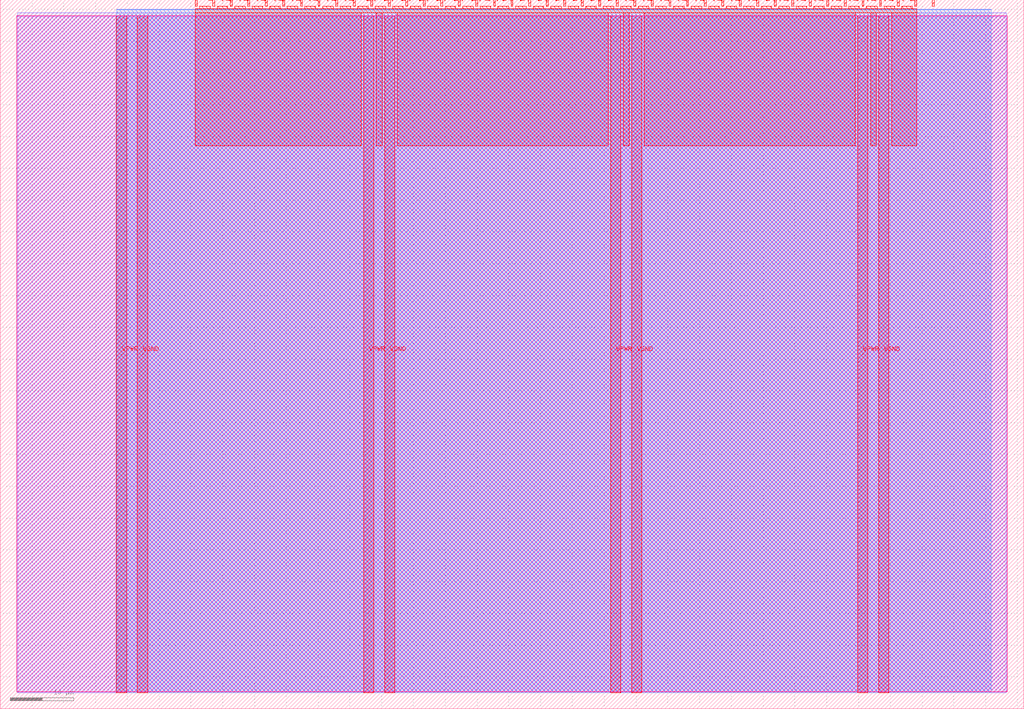
<source format=lef>
VERSION 5.7 ;
  NOWIREEXTENSIONATPIN ON ;
  DIVIDERCHAR "/" ;
  BUSBITCHARS "[]" ;
MACRO tt_um_mbist
  CLASS BLOCK ;
  FOREIGN tt_um_mbist ;
  ORIGIN 0.000 0.000 ;
  SIZE 161.000 BY 111.520 ;
  PIN VGND
    DIRECTION INOUT ;
    USE GROUND ;
    PORT
      LAYER met4 ;
        RECT 21.580 2.480 23.180 109.040 ;
    END
    PORT
      LAYER met4 ;
        RECT 60.450 2.480 62.050 109.040 ;
    END
    PORT
      LAYER met4 ;
        RECT 99.320 2.480 100.920 109.040 ;
    END
    PORT
      LAYER met4 ;
        RECT 138.190 2.480 139.790 109.040 ;
    END
  END VGND
  PIN VPWR
    DIRECTION INOUT ;
    USE POWER ;
    PORT
      LAYER met4 ;
        RECT 18.280 2.480 19.880 109.040 ;
    END
    PORT
      LAYER met4 ;
        RECT 57.150 2.480 58.750 109.040 ;
    END
    PORT
      LAYER met4 ;
        RECT 96.020 2.480 97.620 109.040 ;
    END
    PORT
      LAYER met4 ;
        RECT 134.890 2.480 136.490 109.040 ;
    END
  END VPWR
  PIN clk
    DIRECTION INPUT ;
    USE SIGNAL ;
    ANTENNAGATEAREA 0.852000 ;
    PORT
      LAYER met4 ;
        RECT 143.830 110.520 144.130 111.520 ;
    END
  END clk
  PIN ena
    DIRECTION INPUT ;
    USE SIGNAL ;
    PORT
      LAYER met4 ;
        RECT 146.590 110.520 146.890 111.520 ;
    END
  END ena
  PIN rst_n
    DIRECTION INPUT ;
    USE SIGNAL ;
    ANTENNAGATEAREA 0.196500 ;
    PORT
      LAYER met4 ;
        RECT 141.070 110.520 141.370 111.520 ;
    END
  END rst_n
  PIN ui_in[0]
    DIRECTION INPUT ;
    USE SIGNAL ;
    ANTENNAGATEAREA 0.196500 ;
    PORT
      LAYER met4 ;
        RECT 138.310 110.520 138.610 111.520 ;
    END
  END ui_in[0]
  PIN ui_in[1]
    DIRECTION INPUT ;
    USE SIGNAL ;
    ANTENNAGATEAREA 0.196500 ;
    PORT
      LAYER met4 ;
        RECT 135.550 110.520 135.850 111.520 ;
    END
  END ui_in[1]
  PIN ui_in[2]
    DIRECTION INPUT ;
    USE SIGNAL ;
    ANTENNAGATEAREA 0.196500 ;
    PORT
      LAYER met4 ;
        RECT 132.790 110.520 133.090 111.520 ;
    END
  END ui_in[2]
  PIN ui_in[3]
    DIRECTION INPUT ;
    USE SIGNAL ;
    ANTENNAGATEAREA 0.196500 ;
    PORT
      LAYER met4 ;
        RECT 130.030 110.520 130.330 111.520 ;
    END
  END ui_in[3]
  PIN ui_in[4]
    DIRECTION INPUT ;
    USE SIGNAL ;
    PORT
      LAYER met4 ;
        RECT 127.270 110.520 127.570 111.520 ;
    END
  END ui_in[4]
  PIN ui_in[5]
    DIRECTION INPUT ;
    USE SIGNAL ;
    PORT
      LAYER met4 ;
        RECT 124.510 110.520 124.810 111.520 ;
    END
  END ui_in[5]
  PIN ui_in[6]
    DIRECTION INPUT ;
    USE SIGNAL ;
    PORT
      LAYER met4 ;
        RECT 121.750 110.520 122.050 111.520 ;
    END
  END ui_in[6]
  PIN ui_in[7]
    DIRECTION INPUT ;
    USE SIGNAL ;
    ANTENNAGATEAREA 0.126000 ;
    PORT
      LAYER met4 ;
        RECT 118.990 110.520 119.290 111.520 ;
    END
  END ui_in[7]
  PIN uio_in[0]
    DIRECTION INPUT ;
    USE SIGNAL ;
    PORT
      LAYER met4 ;
        RECT 116.230 110.520 116.530 111.520 ;
    END
  END uio_in[0]
  PIN uio_in[1]
    DIRECTION INPUT ;
    USE SIGNAL ;
    PORT
      LAYER met4 ;
        RECT 113.470 110.520 113.770 111.520 ;
    END
  END uio_in[1]
  PIN uio_in[2]
    DIRECTION INPUT ;
    USE SIGNAL ;
    PORT
      LAYER met4 ;
        RECT 110.710 110.520 111.010 111.520 ;
    END
  END uio_in[2]
  PIN uio_in[3]
    DIRECTION INPUT ;
    USE SIGNAL ;
    PORT
      LAYER met4 ;
        RECT 107.950 110.520 108.250 111.520 ;
    END
  END uio_in[3]
  PIN uio_in[4]
    DIRECTION INPUT ;
    USE SIGNAL ;
    PORT
      LAYER met4 ;
        RECT 105.190 110.520 105.490 111.520 ;
    END
  END uio_in[4]
  PIN uio_in[5]
    DIRECTION INPUT ;
    USE SIGNAL ;
    PORT
      LAYER met4 ;
        RECT 102.430 110.520 102.730 111.520 ;
    END
  END uio_in[5]
  PIN uio_in[6]
    DIRECTION INPUT ;
    USE SIGNAL ;
    PORT
      LAYER met4 ;
        RECT 99.670 110.520 99.970 111.520 ;
    END
  END uio_in[6]
  PIN uio_in[7]
    DIRECTION INPUT ;
    USE SIGNAL ;
    PORT
      LAYER met4 ;
        RECT 96.910 110.520 97.210 111.520 ;
    END
  END uio_in[7]
  PIN uio_oe[0]
    DIRECTION OUTPUT ;
    USE SIGNAL ;
    PORT
      LAYER met4 ;
        RECT 49.990 110.520 50.290 111.520 ;
    END
  END uio_oe[0]
  PIN uio_oe[1]
    DIRECTION OUTPUT ;
    USE SIGNAL ;
    PORT
      LAYER met4 ;
        RECT 47.230 110.520 47.530 111.520 ;
    END
  END uio_oe[1]
  PIN uio_oe[2]
    DIRECTION OUTPUT ;
    USE SIGNAL ;
    PORT
      LAYER met4 ;
        RECT 44.470 110.520 44.770 111.520 ;
    END
  END uio_oe[2]
  PIN uio_oe[3]
    DIRECTION OUTPUT ;
    USE SIGNAL ;
    PORT
      LAYER met4 ;
        RECT 41.710 110.520 42.010 111.520 ;
    END
  END uio_oe[3]
  PIN uio_oe[4]
    DIRECTION OUTPUT ;
    USE SIGNAL ;
    PORT
      LAYER met4 ;
        RECT 38.950 110.520 39.250 111.520 ;
    END
  END uio_oe[4]
  PIN uio_oe[5]
    DIRECTION OUTPUT ;
    USE SIGNAL ;
    PORT
      LAYER met4 ;
        RECT 36.190 110.520 36.490 111.520 ;
    END
  END uio_oe[5]
  PIN uio_oe[6]
    DIRECTION OUTPUT ;
    USE SIGNAL ;
    PORT
      LAYER met4 ;
        RECT 33.430 110.520 33.730 111.520 ;
    END
  END uio_oe[6]
  PIN uio_oe[7]
    DIRECTION OUTPUT ;
    USE SIGNAL ;
    PORT
      LAYER met4 ;
        RECT 30.670 110.520 30.970 111.520 ;
    END
  END uio_oe[7]
  PIN uio_out[0]
    DIRECTION OUTPUT ;
    USE SIGNAL ;
    PORT
      LAYER met4 ;
        RECT 72.070 110.520 72.370 111.520 ;
    END
  END uio_out[0]
  PIN uio_out[1]
    DIRECTION OUTPUT ;
    USE SIGNAL ;
    PORT
      LAYER met4 ;
        RECT 69.310 110.520 69.610 111.520 ;
    END
  END uio_out[1]
  PIN uio_out[2]
    DIRECTION OUTPUT ;
    USE SIGNAL ;
    PORT
      LAYER met4 ;
        RECT 66.550 110.520 66.850 111.520 ;
    END
  END uio_out[2]
  PIN uio_out[3]
    DIRECTION OUTPUT ;
    USE SIGNAL ;
    PORT
      LAYER met4 ;
        RECT 63.790 110.520 64.090 111.520 ;
    END
  END uio_out[3]
  PIN uio_out[4]
    DIRECTION OUTPUT ;
    USE SIGNAL ;
    PORT
      LAYER met4 ;
        RECT 61.030 110.520 61.330 111.520 ;
    END
  END uio_out[4]
  PIN uio_out[5]
    DIRECTION OUTPUT ;
    USE SIGNAL ;
    PORT
      LAYER met4 ;
        RECT 58.270 110.520 58.570 111.520 ;
    END
  END uio_out[5]
  PIN uio_out[6]
    DIRECTION OUTPUT ;
    USE SIGNAL ;
    PORT
      LAYER met4 ;
        RECT 55.510 110.520 55.810 111.520 ;
    END
  END uio_out[6]
  PIN uio_out[7]
    DIRECTION OUTPUT ;
    USE SIGNAL ;
    PORT
      LAYER met4 ;
        RECT 52.750 110.520 53.050 111.520 ;
    END
  END uio_out[7]
  PIN uo_out[0]
    DIRECTION OUTPUT ;
    USE SIGNAL ;
    PORT
      LAYER met4 ;
        RECT 94.150 110.520 94.450 111.520 ;
    END
  END uo_out[0]
  PIN uo_out[1]
    DIRECTION OUTPUT ;
    USE SIGNAL ;
    PORT
      LAYER met4 ;
        RECT 91.390 110.520 91.690 111.520 ;
    END
  END uo_out[1]
  PIN uo_out[2]
    DIRECTION OUTPUT ;
    USE SIGNAL ;
    PORT
      LAYER met4 ;
        RECT 88.630 110.520 88.930 111.520 ;
    END
  END uo_out[2]
  PIN uo_out[3]
    DIRECTION OUTPUT ;
    USE SIGNAL ;
    PORT
      LAYER met4 ;
        RECT 85.870 110.520 86.170 111.520 ;
    END
  END uo_out[3]
  PIN uo_out[4]
    DIRECTION OUTPUT ;
    USE SIGNAL ;
    PORT
      LAYER met4 ;
        RECT 83.110 110.520 83.410 111.520 ;
    END
  END uo_out[4]
  PIN uo_out[5]
    DIRECTION OUTPUT ;
    USE SIGNAL ;
    PORT
      LAYER met4 ;
        RECT 80.350 110.520 80.650 111.520 ;
    END
  END uo_out[5]
  PIN uo_out[6]
    DIRECTION OUTPUT ;
    USE SIGNAL ;
    ANTENNADIFFAREA 0.445500 ;
    PORT
      LAYER met4 ;
        RECT 77.590 110.520 77.890 111.520 ;
    END
  END uo_out[6]
  PIN uo_out[7]
    DIRECTION OUTPUT ;
    USE SIGNAL ;
    ANTENNADIFFAREA 0.445500 ;
    PORT
      LAYER met4 ;
        RECT 74.830 110.520 75.130 111.520 ;
    END
  END uo_out[7]
  OBS
      LAYER nwell ;
        RECT 2.570 2.635 158.430 108.990 ;
      LAYER li1 ;
        RECT 2.760 2.635 158.240 108.885 ;
      LAYER met1 ;
        RECT 2.760 2.480 158.240 109.440 ;
      LAYER met2 ;
        RECT 18.310 2.535 155.850 110.005 ;
      LAYER met3 ;
        RECT 18.290 2.555 155.875 109.985 ;
      LAYER met4 ;
        RECT 31.370 110.120 33.030 110.520 ;
        RECT 34.130 110.120 35.790 110.520 ;
        RECT 36.890 110.120 38.550 110.520 ;
        RECT 39.650 110.120 41.310 110.520 ;
        RECT 42.410 110.120 44.070 110.520 ;
        RECT 45.170 110.120 46.830 110.520 ;
        RECT 47.930 110.120 49.590 110.520 ;
        RECT 50.690 110.120 52.350 110.520 ;
        RECT 53.450 110.120 55.110 110.520 ;
        RECT 56.210 110.120 57.870 110.520 ;
        RECT 58.970 110.120 60.630 110.520 ;
        RECT 61.730 110.120 63.390 110.520 ;
        RECT 64.490 110.120 66.150 110.520 ;
        RECT 67.250 110.120 68.910 110.520 ;
        RECT 70.010 110.120 71.670 110.520 ;
        RECT 72.770 110.120 74.430 110.520 ;
        RECT 75.530 110.120 77.190 110.520 ;
        RECT 78.290 110.120 79.950 110.520 ;
        RECT 81.050 110.120 82.710 110.520 ;
        RECT 83.810 110.120 85.470 110.520 ;
        RECT 86.570 110.120 88.230 110.520 ;
        RECT 89.330 110.120 90.990 110.520 ;
        RECT 92.090 110.120 93.750 110.520 ;
        RECT 94.850 110.120 96.510 110.520 ;
        RECT 97.610 110.120 99.270 110.520 ;
        RECT 100.370 110.120 102.030 110.520 ;
        RECT 103.130 110.120 104.790 110.520 ;
        RECT 105.890 110.120 107.550 110.520 ;
        RECT 108.650 110.120 110.310 110.520 ;
        RECT 111.410 110.120 113.070 110.520 ;
        RECT 114.170 110.120 115.830 110.520 ;
        RECT 116.930 110.120 118.590 110.520 ;
        RECT 119.690 110.120 121.350 110.520 ;
        RECT 122.450 110.120 124.110 110.520 ;
        RECT 125.210 110.120 126.870 110.520 ;
        RECT 127.970 110.120 129.630 110.520 ;
        RECT 130.730 110.120 132.390 110.520 ;
        RECT 133.490 110.120 135.150 110.520 ;
        RECT 136.250 110.120 137.910 110.520 ;
        RECT 139.010 110.120 140.670 110.520 ;
        RECT 141.770 110.120 143.430 110.520 ;
        RECT 30.655 109.440 144.145 110.120 ;
        RECT 30.655 88.575 56.750 109.440 ;
        RECT 59.150 88.575 60.050 109.440 ;
        RECT 62.450 88.575 95.620 109.440 ;
        RECT 98.020 88.575 98.920 109.440 ;
        RECT 101.320 88.575 134.490 109.440 ;
        RECT 136.890 88.575 137.790 109.440 ;
        RECT 140.190 88.575 144.145 109.440 ;
  END
END tt_um_mbist
END LIBRARY


</source>
